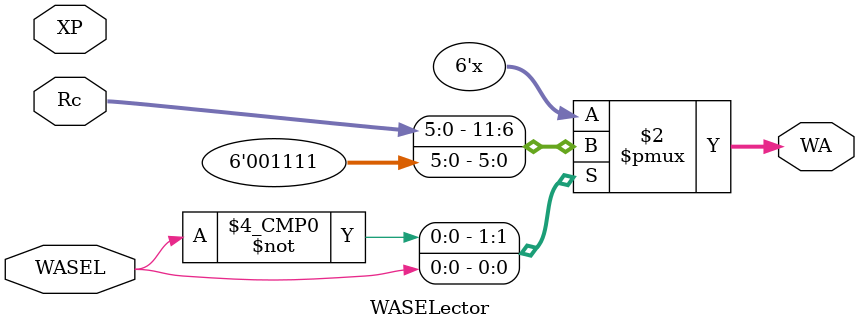
<source format=v>
module WDSELector(
	input [1:0] WDSEL,
	input signed [31:0] PC4,
	input signed [31:0] Y,
	input signed [31:0] MRD,
	output reg [31:0] Data);

 always @(WDSEL)
 begin
	case(WDSEL)
		2'b00 : Data <= PC4;
		2'b01 : Data <= Y;
		2'b10 : Data <= MRD;
	endcase
 end

endmodule

module RA2SELector(
	input RA2SEL,
	input [5:0] Rc,
	input [5:0] Rb,
	output reg [5:0] RA2);

 always @(RA2SEL)
 begin
	case(RA2SEL)
		1'b0 : RA2 <= Rb;
		1'b1 : RA2 <= Rc;
	endcase
 end

endmodule

module ASELector(
	input ASEL,
	input [31:0] RD1,
	input [31:0] PC4SXT,
	output reg [31:0] A);

 always @(ASEL)
 begin
	case(ASEL)
		1'b0 : A <= RD1;
		1'b1 : A <= PC4SXT;
	endcase
 end

endmodule

module BSELector(
	input BSEL,
	input [31:0] RD2,
	input [31:0] SXTC,
	output reg [31:0] B);

 always @(BSEL)
 begin
	case(BSEL)
		1'b0 : B <= RD2;
		1'b1 : B <= SXTC;
	endcase
 end

endmodule

module RESET_mux(
	input RESET,
	input [7:0] PCSEL_OUT,
	output reg [7:0] out);

 always @(RESET)
 begin
	case(RESET)
		1'b0 : out <= PCSEL_OUT;
		1'b1 : out <= 32'h80000000;
	endcase
 end

endmodule

module PCSEL_mux(
	input [2:0] PCSEL,
	input [31:0] JT,
	input [31:0] PC4,
	input [31:0] PC4SXT,
	output reg [31:0] PCSEL_OUT);

 always @(PCSEL)
 begin
	case(PCSEL)
		3'b000 : PCSEL_OUT <= PC4;
		3'b001 : PCSEL_OUT <= PC4SXT;
		3'b010 : PCSEL_OUT <= JT;
		3'b011 : PCSEL_OUT <= 32'h80000004;
		3'b011 : PCSEL_OUT <= 32'h80000008;
	endcase
 end

endmodule

module WASELector(
	input WASEL,
	input [5:0] Rc,
	input [5:0] XP,
	output reg [5:0] WA);

 always @(WASEL)
 begin
	case(WASEL)
		1'b0 : WA <= Rc;
		1'b1 : WA <= 6'b001111;
	endcase
 end

endmodule

</source>
